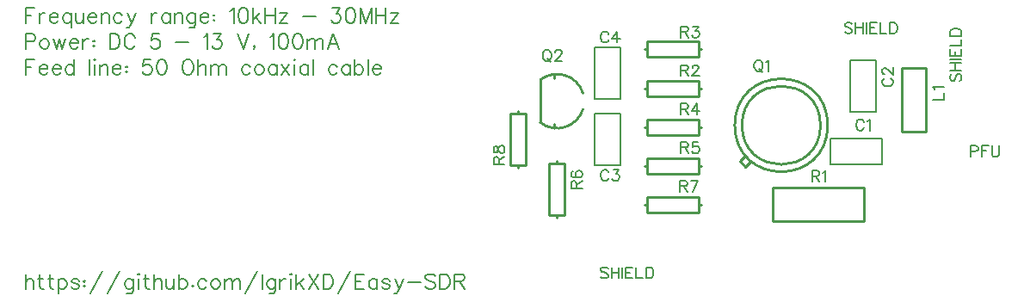
<source format=gto>
G04 Layer: TopSilkLayer*
G04 EasyEDA v6.4.7, 2020-09-29T10:47:40+03:00*
G04 c168c89dab9346539a0f0a4d02725cba,e225996ff9fb4a0db64c6d6541834e49,10*
G04 Gerber Generator version 0.2*
G04 Scale: 100 percent, Rotated: No, Reflected: No *
G04 Dimensions in millimeters *
G04 leading zeros omitted , absolute positions ,3 integer and 3 decimal *
%FSLAX33Y33*%
%MOMM*%
G90*
D02*

%ADD10C,0.254000*%
%ADD11C,0.203200*%
%ADD23C,0.200660*%
%ADD24C,0.177800*%

%LPD*%
G54D23*
G01X86274Y17166D02*
G01X81194Y17166D01*
G01X81194Y14626D01*
G01X86274Y14626D01*
G01X86274Y17166D01*
G01X85647Y19780D02*
G01X85647Y24860D01*
G01X83107Y24860D01*
G01X83107Y19780D01*
G01X85647Y19780D01*
G54D10*
G01X63194Y22873D02*
G01X68274Y22873D01*
G01X68274Y22873D02*
G01X68274Y22111D01*
G01X68274Y22111D02*
G01X68274Y21349D01*
G01X68274Y21349D02*
G01X63194Y21349D01*
G01X63194Y21349D02*
G01X63194Y22111D01*
G01X63194Y22111D02*
G01X63194Y22873D01*
G01X68274Y22111D02*
G01X68528Y22111D01*
G01X63194Y22111D02*
G01X62940Y22111D01*
G01X63167Y26695D02*
G01X68247Y26695D01*
G01X68247Y26695D02*
G01X68247Y25933D01*
G01X68247Y25933D02*
G01X68247Y25171D01*
G01X68247Y25171D02*
G01X63167Y25171D01*
G01X63167Y25171D02*
G01X63167Y25933D01*
G01X63167Y25933D02*
G01X63167Y26695D01*
G01X68247Y25933D02*
G01X68501Y25933D01*
G01X63167Y25933D02*
G01X62913Y25933D01*
G01X68274Y17539D02*
G01X63194Y17539D01*
G01X63194Y17539D02*
G01X63194Y18301D01*
G01X63194Y18301D02*
G01X63194Y19063D01*
G01X63194Y19063D02*
G01X68274Y19063D01*
G01X68274Y19063D02*
G01X68274Y18301D01*
G01X68274Y18301D02*
G01X68274Y17539D01*
G01X63194Y18301D02*
G01X62940Y18301D01*
G01X68274Y18301D02*
G01X68528Y18301D01*
G54D23*
G01X57984Y19658D02*
G01X57984Y14578D01*
G01X60524Y14578D01*
G01X60524Y19658D01*
G01X57984Y19658D01*
G54D10*
G01X68274Y13729D02*
G01X63194Y13729D01*
G01X63194Y13729D02*
G01X63194Y14491D01*
G01X63194Y14491D02*
G01X63194Y15253D01*
G01X63194Y15253D02*
G01X68274Y15253D01*
G01X68274Y15253D02*
G01X68274Y14491D01*
G01X68274Y14491D02*
G01X68274Y13729D01*
G01X63194Y14491D02*
G01X62940Y14491D01*
G01X68274Y14491D02*
G01X68528Y14491D01*
G01X53532Y9631D02*
G01X53532Y14711D01*
G01X53532Y14711D02*
G01X54294Y14711D01*
G01X54294Y14711D02*
G01X55056Y14711D01*
G01X55056Y14711D02*
G01X55056Y9631D01*
G01X55056Y9631D02*
G01X54294Y9631D01*
G01X54294Y9631D02*
G01X53532Y9631D01*
G01X54294Y14711D02*
G01X54294Y14965D01*
G01X54294Y9631D02*
G01X54294Y9377D01*
G01X68275Y9918D02*
G01X63195Y9918D01*
G01X63195Y9918D02*
G01X63195Y10680D01*
G01X63195Y10680D02*
G01X63195Y11442D01*
G01X63195Y11442D02*
G01X68275Y11442D01*
G01X68275Y11442D02*
G01X68275Y10680D01*
G01X68275Y10680D02*
G01X68275Y9918D01*
G01X63195Y10680D02*
G01X62941Y10680D01*
G01X68275Y10680D02*
G01X68529Y10680D01*
G54D23*
G01X57976Y26174D02*
G01X57976Y21094D01*
G01X60516Y21094D01*
G01X60516Y26174D01*
G01X57976Y26174D01*
G54D10*
G01X72326Y14940D02*
G01X72859Y15473D01*
G01X73393Y14940D02*
G01X72859Y14407D01*
G01X72859Y14407D02*
G01X72326Y14940D01*
G01X49744Y14540D02*
G01X49744Y19620D01*
G01X49744Y19620D02*
G01X50506Y19620D01*
G01X50506Y19620D02*
G01X51268Y19620D01*
G01X51268Y19620D02*
G01X51268Y14540D01*
G01X51268Y14540D02*
G01X50506Y14540D01*
G01X50506Y14540D02*
G01X49744Y14540D01*
G01X50506Y19620D02*
G01X50506Y19874D01*
G01X50506Y14540D02*
G01X50506Y14286D01*
G01X52653Y22924D02*
G01X52653Y18758D01*
G01X54050Y23508D02*
G01X54050Y23101D01*
G01X54050Y18580D02*
G01X54050Y18174D01*
G01X75504Y9057D02*
G01X75504Y12359D01*
G01X75504Y12359D02*
G01X84495Y12359D01*
G01X84495Y12359D02*
G01X84495Y9057D01*
G01X84495Y9057D02*
G01X75504Y9057D01*
G01X88215Y24141D02*
G01X90603Y24141D01*
G01X90603Y24141D02*
G01X90603Y17842D01*
G01X90603Y17842D02*
G01X88215Y17842D01*
G01X88215Y17842D02*
G01X88215Y24141D01*
G54D24*
G01X93154Y23530D02*
G01X93050Y23426D01*
G01X93000Y23271D01*
G01X93000Y23063D01*
G01X93050Y22908D01*
G01X93154Y22804D01*
G01X93259Y22804D01*
G01X93363Y22855D01*
G01X93414Y22908D01*
G01X93467Y23012D01*
G01X93571Y23325D01*
G01X93622Y23426D01*
G01X93673Y23480D01*
G01X93777Y23530D01*
G01X93934Y23530D01*
G01X94038Y23426D01*
G01X94089Y23271D01*
G01X94089Y23063D01*
G01X94038Y22908D01*
G01X93934Y22804D01*
G01X93000Y23873D02*
G01X94089Y23873D01*
G01X93000Y24602D02*
G01X94089Y24602D01*
G01X93518Y23873D02*
G01X93518Y24602D01*
G01X93000Y24945D02*
G01X94089Y24945D01*
G01X93000Y25288D02*
G01X94089Y25288D01*
G01X93000Y25288D02*
G01X93000Y25964D01*
G01X93518Y25288D02*
G01X93518Y25702D01*
G01X94089Y25288D02*
G01X94089Y25964D01*
G01X93000Y26307D02*
G01X94089Y26307D01*
G01X94089Y26307D02*
G01X94089Y26929D01*
G01X93000Y27272D02*
G01X94089Y27272D01*
G01X93000Y27272D02*
G01X93000Y27635D01*
G01X93050Y27792D01*
G01X93154Y27897D01*
G01X93259Y27947D01*
G01X93414Y27998D01*
G01X93673Y27998D01*
G01X93830Y27947D01*
G01X93934Y27897D01*
G01X94038Y27792D01*
G01X94089Y27635D01*
G01X94089Y27272D01*
G01X59326Y4343D02*
G01X59222Y4447D01*
G01X59067Y4498D01*
G01X58859Y4498D01*
G01X58704Y4447D01*
G01X58600Y4343D01*
G01X58600Y4239D01*
G01X58650Y4135D01*
G01X58704Y4084D01*
G01X58808Y4031D01*
G01X59120Y3927D01*
G01X59222Y3876D01*
G01X59275Y3825D01*
G01X59326Y3721D01*
G01X59326Y3563D01*
G01X59222Y3459D01*
G01X59067Y3408D01*
G01X58859Y3408D01*
G01X58704Y3459D01*
G01X58600Y3563D01*
G01X59669Y4498D02*
G01X59669Y3408D01*
G01X60398Y4498D02*
G01X60398Y3408D01*
G01X59669Y3980D02*
G01X60398Y3980D01*
G01X60741Y4498D02*
G01X60741Y3408D01*
G01X61084Y4498D02*
G01X61084Y3408D01*
G01X61084Y4498D02*
G01X61759Y4498D01*
G01X61084Y3980D02*
G01X61498Y3980D01*
G01X61084Y3408D02*
G01X61759Y3408D01*
G01X62102Y4498D02*
G01X62102Y3408D01*
G01X62102Y3408D02*
G01X62725Y3408D01*
G01X63067Y4498D02*
G01X63067Y3408D01*
G01X63067Y4498D02*
G01X63431Y4498D01*
G01X63588Y4447D01*
G01X63692Y4343D01*
G01X63743Y4239D01*
G01X63794Y4084D01*
G01X63794Y3825D01*
G01X63743Y3668D01*
G01X63692Y3563D01*
G01X63588Y3459D01*
G01X63431Y3408D01*
G01X63067Y3408D01*
G01X83326Y28443D02*
G01X83222Y28547D01*
G01X83067Y28598D01*
G01X82859Y28598D01*
G01X82704Y28547D01*
G01X82600Y28443D01*
G01X82600Y28339D01*
G01X82650Y28235D01*
G01X82704Y28184D01*
G01X82808Y28131D01*
G01X83120Y28027D01*
G01X83222Y27976D01*
G01X83275Y27925D01*
G01X83326Y27821D01*
G01X83326Y27663D01*
G01X83222Y27559D01*
G01X83067Y27508D01*
G01X82859Y27508D01*
G01X82704Y27559D01*
G01X82600Y27663D01*
G01X83669Y28598D02*
G01X83669Y27508D01*
G01X84398Y28598D02*
G01X84398Y27508D01*
G01X83669Y28080D02*
G01X84398Y28080D01*
G01X84741Y28598D02*
G01X84741Y27508D01*
G01X85084Y28598D02*
G01X85084Y27508D01*
G01X85084Y28598D02*
G01X85759Y28598D01*
G01X85084Y28080D02*
G01X85498Y28080D01*
G01X85084Y27508D02*
G01X85759Y27508D01*
G01X86102Y28598D02*
G01X86102Y27508D01*
G01X86102Y27508D02*
G01X86724Y27508D01*
G01X87067Y28598D02*
G01X87067Y27508D01*
G01X87067Y28598D02*
G01X87431Y28598D01*
G01X87588Y28547D01*
G01X87692Y28443D01*
G01X87743Y28339D01*
G01X87794Y28184D01*
G01X87794Y27925D01*
G01X87743Y27768D01*
G01X87692Y27663D01*
G01X87588Y27559D01*
G01X87431Y27508D01*
G01X87067Y27508D01*
G54D11*
G01X2000Y29998D02*
G01X2000Y28543D01*
G01X2000Y29998D02*
G01X2900Y29998D01*
G01X2000Y29305D02*
G01X2554Y29305D01*
G01X3358Y29513D02*
G01X3358Y28543D01*
G01X3358Y29098D02*
G01X3427Y29305D01*
G01X3565Y29444D01*
G01X3704Y29513D01*
G01X3912Y29513D01*
G01X4369Y29098D02*
G01X5200Y29098D01*
G01X5200Y29236D01*
G01X5131Y29375D01*
G01X5062Y29444D01*
G01X4923Y29513D01*
G01X4715Y29513D01*
G01X4577Y29444D01*
G01X4438Y29305D01*
G01X4369Y29098D01*
G01X4369Y28959D01*
G01X4438Y28751D01*
G01X4577Y28613D01*
G01X4715Y28543D01*
G01X4923Y28543D01*
G01X5062Y28613D01*
G01X5200Y28751D01*
G01X6489Y29513D02*
G01X6489Y28059D01*
G01X6489Y29305D02*
G01X6350Y29444D01*
G01X6212Y29513D01*
G01X6004Y29513D01*
G01X5865Y29444D01*
G01X5727Y29305D01*
G01X5657Y29098D01*
G01X5657Y28959D01*
G01X5727Y28751D01*
G01X5865Y28613D01*
G01X6004Y28543D01*
G01X6212Y28543D01*
G01X6350Y28613D01*
G01X6489Y28751D01*
G01X6946Y29513D02*
G01X6946Y28821D01*
G01X7015Y28613D01*
G01X7154Y28543D01*
G01X7361Y28543D01*
G01X7500Y28613D01*
G01X7708Y28821D01*
G01X7708Y29513D02*
G01X7708Y28543D01*
G01X8165Y29098D02*
G01X8996Y29098D01*
G01X8996Y29236D01*
G01X8927Y29375D01*
G01X8858Y29444D01*
G01X8719Y29513D01*
G01X8511Y29513D01*
G01X8373Y29444D01*
G01X8234Y29305D01*
G01X8165Y29098D01*
G01X8165Y28959D01*
G01X8234Y28751D01*
G01X8373Y28613D01*
G01X8511Y28543D01*
G01X8719Y28543D01*
G01X8858Y28613D01*
G01X8996Y28751D01*
G01X9454Y29513D02*
G01X9454Y28543D01*
G01X9454Y29236D02*
G01X9661Y29444D01*
G01X9800Y29513D01*
G01X10008Y29513D01*
G01X10146Y29444D01*
G01X10216Y29236D01*
G01X10216Y28543D01*
G01X11504Y29305D02*
G01X11365Y29444D01*
G01X11227Y29513D01*
G01X11019Y29513D01*
G01X10881Y29444D01*
G01X10742Y29305D01*
G01X10673Y29098D01*
G01X10673Y28959D01*
G01X10742Y28751D01*
G01X10881Y28613D01*
G01X11019Y28543D01*
G01X11227Y28543D01*
G01X11365Y28613D01*
G01X11504Y28751D01*
G01X12030Y29513D02*
G01X12446Y28543D01*
G01X12862Y29513D02*
G01X12446Y28543D01*
G01X12308Y28266D01*
G01X12169Y28128D01*
G01X12030Y28059D01*
G01X11961Y28059D01*
G01X14386Y29513D02*
G01X14386Y28543D01*
G01X14386Y29098D02*
G01X14455Y29305D01*
G01X14594Y29444D01*
G01X14732Y29513D01*
G01X14940Y29513D01*
G01X16228Y29513D02*
G01X16228Y28543D01*
G01X16228Y29305D02*
G01X16090Y29444D01*
G01X15951Y29513D01*
G01X15743Y29513D01*
G01X15605Y29444D01*
G01X15466Y29305D01*
G01X15397Y29098D01*
G01X15397Y28959D01*
G01X15466Y28751D01*
G01X15605Y28613D01*
G01X15743Y28543D01*
G01X15951Y28543D01*
G01X16090Y28613D01*
G01X16228Y28751D01*
G01X16686Y29513D02*
G01X16686Y28543D01*
G01X16686Y29236D02*
G01X16893Y29444D01*
G01X17032Y29513D01*
G01X17240Y29513D01*
G01X17378Y29444D01*
G01X17448Y29236D01*
G01X17448Y28543D01*
G01X18736Y29513D02*
G01X18736Y28405D01*
G01X18667Y28197D01*
G01X18598Y28128D01*
G01X18459Y28059D01*
G01X18251Y28059D01*
G01X18113Y28128D01*
G01X18736Y29305D02*
G01X18598Y29444D01*
G01X18459Y29513D01*
G01X18251Y29513D01*
G01X18113Y29444D01*
G01X17974Y29305D01*
G01X17905Y29098D01*
G01X17905Y28959D01*
G01X17974Y28751D01*
G01X18113Y28613D01*
G01X18251Y28543D01*
G01X18459Y28543D01*
G01X18598Y28613D01*
G01X18736Y28751D01*
G01X19193Y29098D02*
G01X20025Y29098D01*
G01X20025Y29236D01*
G01X19955Y29375D01*
G01X19886Y29444D01*
G01X19747Y29513D01*
G01X19540Y29513D01*
G01X19401Y29444D01*
G01X19263Y29305D01*
G01X19193Y29098D01*
G01X19193Y28959D01*
G01X19263Y28751D01*
G01X19401Y28613D01*
G01X19540Y28543D01*
G01X19747Y28543D01*
G01X19886Y28613D01*
G01X20025Y28751D01*
G01X20551Y29375D02*
G01X20482Y29305D01*
G01X20551Y29236D01*
G01X20620Y29305D01*
G01X20551Y29375D01*
G01X20551Y28890D02*
G01X20482Y28821D01*
G01X20551Y28751D01*
G01X20620Y28821D01*
G01X20551Y28890D01*
G01X22144Y29721D02*
G01X22283Y29790D01*
G01X22491Y29998D01*
G01X22491Y28543D01*
G01X23363Y29998D02*
G01X23156Y29929D01*
G01X23017Y29721D01*
G01X22948Y29375D01*
G01X22948Y29167D01*
G01X23017Y28821D01*
G01X23156Y28613D01*
G01X23363Y28543D01*
G01X23502Y28543D01*
G01X23710Y28613D01*
G01X23848Y28821D01*
G01X23918Y29167D01*
G01X23918Y29375D01*
G01X23848Y29721D01*
G01X23710Y29929D01*
G01X23502Y29998D01*
G01X23363Y29998D01*
G01X24375Y29998D02*
G01X24375Y28543D01*
G01X25068Y29513D02*
G01X24375Y28821D01*
G01X24652Y29098D02*
G01X25137Y28543D01*
G01X25594Y29998D02*
G01X25594Y28543D01*
G01X26564Y29998D02*
G01X26564Y28543D01*
G01X25594Y29305D02*
G01X26564Y29305D01*
G01X27783Y29513D02*
G01X27021Y28543D01*
G01X27021Y29513D02*
G01X27783Y29513D01*
G01X27021Y28543D02*
G01X27783Y28543D01*
G01X29307Y29167D02*
G01X30554Y29167D01*
G01X32217Y29998D02*
G01X32979Y29998D01*
G01X32563Y29444D01*
G01X32771Y29444D01*
G01X32909Y29375D01*
G01X32979Y29305D01*
G01X33048Y29098D01*
G01X33048Y28959D01*
G01X32979Y28751D01*
G01X32840Y28613D01*
G01X32632Y28543D01*
G01X32424Y28543D01*
G01X32217Y28613D01*
G01X32147Y28682D01*
G01X32078Y28821D01*
G01X33921Y29998D02*
G01X33713Y29929D01*
G01X33574Y29721D01*
G01X33505Y29375D01*
G01X33505Y29167D01*
G01X33574Y28821D01*
G01X33713Y28613D01*
G01X33921Y28543D01*
G01X34059Y28543D01*
G01X34267Y28613D01*
G01X34406Y28821D01*
G01X34475Y29167D01*
G01X34475Y29375D01*
G01X34406Y29721D01*
G01X34267Y29929D01*
G01X34059Y29998D01*
G01X33921Y29998D01*
G01X34932Y29998D02*
G01X34932Y28543D01*
G01X34932Y29998D02*
G01X35486Y28543D01*
G01X36040Y29998D02*
G01X35486Y28543D01*
G01X36040Y29998D02*
G01X36040Y28543D01*
G01X36498Y29998D02*
G01X36498Y28543D01*
G01X37467Y29998D02*
G01X37467Y28543D01*
G01X36498Y29305D02*
G01X37467Y29305D01*
G01X38687Y29513D02*
G01X37925Y28543D01*
G01X37925Y29513D02*
G01X38687Y29513D01*
G01X37925Y28543D02*
G01X38687Y28543D01*
G01X2001Y27457D02*
G01X2001Y26004D01*
G01X2001Y27457D02*
G01X2623Y27457D01*
G01X2832Y27388D01*
G01X2903Y27320D01*
G01X2971Y27180D01*
G01X2971Y26972D01*
G01X2903Y26835D01*
G01X2832Y26766D01*
G01X2623Y26695D01*
G01X2001Y26695D01*
G01X3774Y26972D02*
G01X3637Y26903D01*
G01X3497Y26766D01*
G01X3429Y26558D01*
G01X3429Y26418D01*
G01X3497Y26210D01*
G01X3637Y26073D01*
G01X3774Y26004D01*
G01X3982Y26004D01*
G01X4122Y26073D01*
G01X4259Y26210D01*
G01X4328Y26418D01*
G01X4328Y26558D01*
G01X4259Y26766D01*
G01X4122Y26903D01*
G01X3982Y26972D01*
G01X3774Y26972D01*
G01X4785Y26972D02*
G01X5062Y26004D01*
G01X5341Y26972D02*
G01X5062Y26004D01*
G01X5341Y26972D02*
G01X5618Y26004D01*
G01X5895Y26972D02*
G01X5618Y26004D01*
G01X6352Y26558D02*
G01X7183Y26558D01*
G01X7183Y26695D01*
G01X7114Y26835D01*
G01X7043Y26903D01*
G01X6906Y26972D01*
G01X6697Y26972D01*
G01X6560Y26903D01*
G01X6421Y26766D01*
G01X6352Y26558D01*
G01X6352Y26418D01*
G01X6421Y26210D01*
G01X6560Y26073D01*
G01X6697Y26004D01*
G01X6906Y26004D01*
G01X7043Y26073D01*
G01X7183Y26210D01*
G01X7640Y26972D02*
G01X7640Y26004D01*
G01X7640Y26558D02*
G01X7708Y26766D01*
G01X7848Y26903D01*
G01X7985Y26972D01*
G01X8194Y26972D01*
G01X8719Y26835D02*
G01X8651Y26766D01*
G01X8719Y26695D01*
G01X8790Y26766D01*
G01X8719Y26835D01*
G01X8719Y26349D02*
G01X8651Y26281D01*
G01X8719Y26210D01*
G01X8790Y26281D01*
G01X8719Y26349D01*
G01X10314Y27457D02*
G01X10314Y26004D01*
G01X10314Y27457D02*
G01X10800Y27457D01*
G01X11005Y27388D01*
G01X11145Y27249D01*
G01X11214Y27111D01*
G01X11285Y26903D01*
G01X11285Y26558D01*
G01X11214Y26349D01*
G01X11145Y26210D01*
G01X11005Y26073D01*
G01X10800Y26004D01*
G01X10314Y26004D01*
G01X12781Y27111D02*
G01X12710Y27249D01*
G01X12573Y27388D01*
G01X12433Y27457D01*
G01X12156Y27457D01*
G01X12019Y27388D01*
G01X11879Y27249D01*
G01X11811Y27111D01*
G01X11742Y26903D01*
G01X11742Y26558D01*
G01X11811Y26349D01*
G01X11879Y26210D01*
G01X12019Y26073D01*
G01X12156Y26004D01*
G01X12433Y26004D01*
G01X12573Y26073D01*
G01X12710Y26210D01*
G01X12781Y26349D01*
G01X15135Y27457D02*
G01X14442Y27457D01*
G01X14373Y26835D01*
G01X14442Y26903D01*
G01X14650Y26972D01*
G01X14859Y26972D01*
G01X15067Y26903D01*
G01X15204Y26766D01*
G01X15273Y26558D01*
G01X15273Y26418D01*
G01X15204Y26210D01*
G01X15067Y26073D01*
G01X14859Y26004D01*
G01X14650Y26004D01*
G01X14442Y26073D01*
G01X14373Y26141D01*
G01X14305Y26281D01*
G01X16797Y26626D02*
G01X18044Y26626D01*
G01X19568Y27180D02*
G01X19707Y27249D01*
G01X19916Y27457D01*
G01X19916Y26004D01*
G01X20510Y27457D02*
G01X21272Y27457D01*
G01X20858Y26903D01*
G01X21064Y26903D01*
G01X21203Y26835D01*
G01X21272Y26766D01*
G01X21343Y26558D01*
G01X21343Y26418D01*
G01X21272Y26210D01*
G01X21135Y26073D01*
G01X20927Y26004D01*
G01X20718Y26004D01*
G01X20510Y26073D01*
G01X20441Y26141D01*
G01X20373Y26281D01*
G01X22867Y27457D02*
G01X23421Y26004D01*
G01X23975Y27457D02*
G01X23421Y26004D01*
G01X24569Y26281D02*
G01X24500Y26210D01*
G01X24432Y26281D01*
G01X24500Y26349D01*
G01X24569Y26281D01*
G01X24569Y26141D01*
G01X24432Y26004D01*
G01X26093Y27180D02*
G01X26233Y27249D01*
G01X26441Y27457D01*
G01X26441Y26004D01*
G01X27312Y27457D02*
G01X27106Y27388D01*
G01X26967Y27180D01*
G01X26898Y26835D01*
G01X26898Y26626D01*
G01X26967Y26281D01*
G01X27106Y26073D01*
G01X27312Y26004D01*
G01X27452Y26004D01*
G01X27660Y26073D01*
G01X27797Y26281D01*
G01X27868Y26626D01*
G01X27868Y26835D01*
G01X27797Y27180D01*
G01X27660Y27388D01*
G01X27452Y27457D01*
G01X27312Y27457D01*
G01X28740Y27457D02*
G01X28531Y27388D01*
G01X28394Y27180D01*
G01X28326Y26835D01*
G01X28326Y26626D01*
G01X28394Y26281D01*
G01X28531Y26073D01*
G01X28740Y26004D01*
G01X28879Y26004D01*
G01X29088Y26073D01*
G01X29225Y26281D01*
G01X29293Y26626D01*
G01X29293Y26835D01*
G01X29225Y27180D01*
G01X29088Y27388D01*
G01X28879Y27457D01*
G01X28740Y27457D01*
G01X29751Y26972D02*
G01X29751Y26004D01*
G01X29751Y26695D02*
G01X29959Y26903D01*
G01X30099Y26972D01*
G01X30307Y26972D01*
G01X30444Y26903D01*
G01X30513Y26695D01*
G01X30513Y26004D01*
G01X30513Y26695D02*
G01X30721Y26903D01*
G01X30861Y26972D01*
G01X31069Y26972D01*
G01X31206Y26903D01*
G01X31275Y26695D01*
G01X31275Y26004D01*
G01X32288Y27457D02*
G01X31732Y26004D01*
G01X32288Y27457D02*
G01X32842Y26004D01*
G01X31940Y26487D02*
G01X32633Y26487D01*
G01X2000Y24918D02*
G01X2000Y23463D01*
G01X2000Y24918D02*
G01X2900Y24918D01*
G01X2000Y24225D02*
G01X2554Y24225D01*
G01X3357Y24018D02*
G01X4189Y24018D01*
G01X4189Y24156D01*
G01X4119Y24295D01*
G01X4050Y24364D01*
G01X3912Y24433D01*
G01X3704Y24433D01*
G01X3565Y24364D01*
G01X3427Y24225D01*
G01X3357Y24018D01*
G01X3357Y23879D01*
G01X3427Y23671D01*
G01X3565Y23533D01*
G01X3704Y23463D01*
G01X3912Y23463D01*
G01X4050Y23533D01*
G01X4189Y23671D01*
G01X4646Y24018D02*
G01X5477Y24018D01*
G01X5477Y24156D01*
G01X5408Y24295D01*
G01X5339Y24364D01*
G01X5200Y24433D01*
G01X4992Y24433D01*
G01X4854Y24364D01*
G01X4715Y24225D01*
G01X4646Y24018D01*
G01X4646Y23879D01*
G01X4715Y23671D01*
G01X4854Y23533D01*
G01X4992Y23463D01*
G01X5200Y23463D01*
G01X5339Y23533D01*
G01X5477Y23671D01*
G01X6766Y24918D02*
G01X6766Y23463D01*
G01X6766Y24225D02*
G01X6627Y24364D01*
G01X6489Y24433D01*
G01X6281Y24433D01*
G01X6142Y24364D01*
G01X6004Y24225D01*
G01X5934Y24018D01*
G01X5934Y23879D01*
G01X6004Y23671D01*
G01X6142Y23533D01*
G01X6281Y23463D01*
G01X6489Y23463D01*
G01X6627Y23533D01*
G01X6766Y23671D01*
G01X8290Y24918D02*
G01X8290Y23463D01*
G01X8747Y24918D02*
G01X8816Y24849D01*
G01X8885Y24918D01*
G01X8816Y24987D01*
G01X8747Y24918D01*
G01X8816Y24433D02*
G01X8816Y23463D01*
G01X9343Y24433D02*
G01X9343Y23463D01*
G01X9343Y24156D02*
G01X9550Y24364D01*
G01X9689Y24433D01*
G01X9897Y24433D01*
G01X10035Y24364D01*
G01X10105Y24156D01*
G01X10105Y23463D01*
G01X10562Y24018D02*
G01X11393Y24018D01*
G01X11393Y24156D01*
G01X11324Y24295D01*
G01X11254Y24364D01*
G01X11116Y24433D01*
G01X10908Y24433D01*
G01X10770Y24364D01*
G01X10631Y24225D01*
G01X10562Y24018D01*
G01X10562Y23879D01*
G01X10631Y23671D01*
G01X10770Y23533D01*
G01X10908Y23463D01*
G01X11116Y23463D01*
G01X11254Y23533D01*
G01X11393Y23671D01*
G01X11920Y24295D02*
G01X11850Y24225D01*
G01X11920Y24156D01*
G01X11989Y24225D01*
G01X11920Y24295D01*
G01X11920Y23810D02*
G01X11850Y23740D01*
G01X11920Y23671D01*
G01X11989Y23740D01*
G01X11920Y23810D01*
G01X14344Y24918D02*
G01X13651Y24918D01*
G01X13582Y24295D01*
G01X13651Y24364D01*
G01X13859Y24433D01*
G01X14067Y24433D01*
G01X14275Y24364D01*
G01X14413Y24225D01*
G01X14483Y24018D01*
G01X14483Y23879D01*
G01X14413Y23671D01*
G01X14275Y23533D01*
G01X14067Y23463D01*
G01X13859Y23463D01*
G01X13651Y23533D01*
G01X13582Y23602D01*
G01X13513Y23740D01*
G01X15356Y24918D02*
G01X15148Y24849D01*
G01X15009Y24641D01*
G01X14940Y24295D01*
G01X14940Y24087D01*
G01X15009Y23740D01*
G01X15148Y23533D01*
G01X15356Y23463D01*
G01X15494Y23463D01*
G01X15702Y23533D01*
G01X15840Y23740D01*
G01X15910Y24087D01*
G01X15910Y24295D01*
G01X15840Y24641D01*
G01X15702Y24849D01*
G01X15494Y24918D01*
G01X15356Y24918D01*
G01X17849Y24918D02*
G01X17711Y24849D01*
G01X17572Y24710D01*
G01X17503Y24572D01*
G01X17434Y24364D01*
G01X17434Y24018D01*
G01X17503Y23810D01*
G01X17572Y23671D01*
G01X17711Y23533D01*
G01X17849Y23463D01*
G01X18126Y23463D01*
G01X18265Y23533D01*
G01X18404Y23671D01*
G01X18473Y23810D01*
G01X18542Y24018D01*
G01X18542Y24364D01*
G01X18473Y24572D01*
G01X18404Y24710D01*
G01X18265Y24849D01*
G01X18126Y24918D01*
G01X17849Y24918D01*
G01X18999Y24918D02*
G01X18999Y23463D01*
G01X18999Y24156D02*
G01X19207Y24364D01*
G01X19346Y24433D01*
G01X19553Y24433D01*
G01X19692Y24364D01*
G01X19761Y24156D01*
G01X19761Y23463D01*
G01X20218Y24433D02*
G01X20218Y23463D01*
G01X20218Y24156D02*
G01X20426Y24364D01*
G01X20565Y24433D01*
G01X20773Y24433D01*
G01X20911Y24364D01*
G01X20980Y24156D01*
G01X20980Y23463D01*
G01X20980Y24156D02*
G01X21188Y24364D01*
G01X21327Y24433D01*
G01X21535Y24433D01*
G01X21673Y24364D01*
G01X21742Y24156D01*
G01X21742Y23463D01*
G01X24098Y24225D02*
G01X23959Y24364D01*
G01X23821Y24433D01*
G01X23613Y24433D01*
G01X23474Y24364D01*
G01X23336Y24225D01*
G01X23266Y24018D01*
G01X23266Y23879D01*
G01X23336Y23671D01*
G01X23474Y23533D01*
G01X23613Y23463D01*
G01X23821Y23463D01*
G01X23959Y23533D01*
G01X24098Y23671D01*
G01X24901Y24433D02*
G01X24763Y24364D01*
G01X24624Y24225D01*
G01X24555Y24018D01*
G01X24555Y23879D01*
G01X24624Y23671D01*
G01X24763Y23533D01*
G01X24901Y23463D01*
G01X25109Y23463D01*
G01X25248Y23533D01*
G01X25386Y23671D01*
G01X25455Y23879D01*
G01X25455Y24018D01*
G01X25386Y24225D01*
G01X25248Y24364D01*
G01X25109Y24433D01*
G01X24901Y24433D01*
G01X26744Y24433D02*
G01X26744Y23463D01*
G01X26744Y24225D02*
G01X26605Y24364D01*
G01X26467Y24433D01*
G01X26259Y24433D01*
G01X26121Y24364D01*
G01X25982Y24225D01*
G01X25913Y24018D01*
G01X25913Y23879D01*
G01X25982Y23671D01*
G01X26121Y23533D01*
G01X26259Y23463D01*
G01X26467Y23463D01*
G01X26605Y23533D01*
G01X26744Y23671D01*
G01X27201Y24433D02*
G01X27963Y23463D01*
G01X27963Y24433D02*
G01X27201Y23463D01*
G01X28420Y24918D02*
G01X28490Y24849D01*
G01X28559Y24918D01*
G01X28490Y24987D01*
G01X28420Y24918D01*
G01X28490Y24433D02*
G01X28490Y23463D01*
G01X29847Y24433D02*
G01X29847Y23463D01*
G01X29847Y24225D02*
G01X29709Y24364D01*
G01X29570Y24433D01*
G01X29362Y24433D01*
G01X29224Y24364D01*
G01X29085Y24225D01*
G01X29016Y24018D01*
G01X29016Y23879D01*
G01X29085Y23671D01*
G01X29224Y23533D01*
G01X29362Y23463D01*
G01X29570Y23463D01*
G01X29709Y23533D01*
G01X29847Y23671D01*
G01X30304Y24918D02*
G01X30304Y23463D01*
G01X32660Y24225D02*
G01X32521Y24364D01*
G01X32383Y24433D01*
G01X32175Y24433D01*
G01X32037Y24364D01*
G01X31898Y24225D01*
G01X31828Y24018D01*
G01X31828Y23879D01*
G01X31898Y23671D01*
G01X32037Y23533D01*
G01X32175Y23463D01*
G01X32383Y23463D01*
G01X32521Y23533D01*
G01X32660Y23671D01*
G01X33948Y24433D02*
G01X33948Y23463D01*
G01X33948Y24225D02*
G01X33810Y24364D01*
G01X33671Y24433D01*
G01X33463Y24433D01*
G01X33325Y24364D01*
G01X33186Y24225D01*
G01X33117Y24018D01*
G01X33117Y23879D01*
G01X33186Y23671D01*
G01X33325Y23533D01*
G01X33463Y23463D01*
G01X33671Y23463D01*
G01X33810Y23533D01*
G01X33948Y23671D01*
G01X34406Y24918D02*
G01X34406Y23463D01*
G01X34406Y24225D02*
G01X34544Y24364D01*
G01X34683Y24433D01*
G01X34890Y24433D01*
G01X35029Y24364D01*
G01X35168Y24225D01*
G01X35237Y24018D01*
G01X35237Y23879D01*
G01X35168Y23671D01*
G01X35029Y23533D01*
G01X34890Y23463D01*
G01X34683Y23463D01*
G01X34544Y23533D01*
G01X34406Y23671D01*
G01X35694Y24918D02*
G01X35694Y23463D01*
G01X36151Y24018D02*
G01X36982Y24018D01*
G01X36982Y24156D01*
G01X36913Y24295D01*
G01X36844Y24364D01*
G01X36705Y24433D01*
G01X36498Y24433D01*
G01X36359Y24364D01*
G01X36220Y24225D01*
G01X36151Y24018D01*
G01X36151Y23879D01*
G01X36220Y23671D01*
G01X36359Y23533D01*
G01X36498Y23463D01*
G01X36705Y23463D01*
G01X36844Y23533D01*
G01X36982Y23671D01*
G01X2001Y3830D02*
G01X2001Y2374D01*
G01X2001Y3068D02*
G01X2207Y3276D01*
G01X2346Y3345D01*
G01X2555Y3345D01*
G01X2692Y3276D01*
G01X2763Y3068D01*
G01X2763Y2374D01*
G01X3426Y3830D02*
G01X3426Y2651D01*
G01X3497Y2443D01*
G01X3634Y2374D01*
G01X3774Y2374D01*
G01X3220Y3345D02*
G01X3703Y3345D01*
G01X4439Y3830D02*
G01X4439Y2651D01*
G01X4508Y2443D01*
G01X4645Y2374D01*
G01X4785Y2374D01*
G01X4231Y3345D02*
G01X4716Y3345D01*
G01X5242Y3345D02*
G01X5242Y1889D01*
G01X5242Y3136D02*
G01X5379Y3276D01*
G01X5519Y3345D01*
G01X5727Y3345D01*
G01X5864Y3276D01*
G01X6004Y3136D01*
G01X6073Y2928D01*
G01X6073Y2791D01*
G01X6004Y2583D01*
G01X5864Y2443D01*
G01X5727Y2374D01*
G01X5519Y2374D01*
G01X5379Y2443D01*
G01X5242Y2583D01*
G01X7292Y3136D02*
G01X7223Y3276D01*
G01X7015Y3345D01*
G01X6807Y3345D01*
G01X6598Y3276D01*
G01X6530Y3136D01*
G01X6598Y2999D01*
G01X6738Y2928D01*
G01X7084Y2860D01*
G01X7223Y2791D01*
G01X7292Y2651D01*
G01X7292Y2583D01*
G01X7223Y2443D01*
G01X7015Y2374D01*
G01X6807Y2374D01*
G01X6598Y2443D01*
G01X6530Y2583D01*
G01X7818Y3205D02*
G01X7749Y3136D01*
G01X7818Y3068D01*
G01X7889Y3136D01*
G01X7818Y3205D01*
G01X7818Y2722D02*
G01X7749Y2651D01*
G01X7818Y2583D01*
G01X7889Y2651D01*
G01X7818Y2722D01*
G01X9593Y4107D02*
G01X8346Y1889D01*
G01X11297Y4107D02*
G01X10050Y1889D01*
G01X12585Y3345D02*
G01X12585Y2237D01*
G01X12517Y2029D01*
G01X12446Y1960D01*
G01X12308Y1889D01*
G01X12100Y1889D01*
G01X11960Y1960D01*
G01X12585Y3136D02*
G01X12446Y3276D01*
G01X12308Y3345D01*
G01X12100Y3345D01*
G01X11960Y3276D01*
G01X11823Y3136D01*
G01X11755Y2928D01*
G01X11755Y2791D01*
G01X11823Y2583D01*
G01X11960Y2443D01*
G01X12100Y2374D01*
G01X12308Y2374D01*
G01X12446Y2443D01*
G01X12585Y2583D01*
G01X13042Y3830D02*
G01X13111Y3761D01*
G01X13180Y3830D01*
G01X13111Y3898D01*
G01X13042Y3830D01*
G01X13111Y3345D02*
G01X13111Y2374D01*
G01X13845Y3830D02*
G01X13845Y2651D01*
G01X13914Y2443D01*
G01X14053Y2374D01*
G01X14193Y2374D01*
G01X13637Y3345D02*
G01X14122Y3345D01*
G01X14650Y3830D02*
G01X14650Y2374D01*
G01X14650Y3068D02*
G01X14856Y3276D01*
G01X14996Y3345D01*
G01X15204Y3345D01*
G01X15341Y3276D01*
G01X15412Y3068D01*
G01X15412Y2374D01*
G01X15869Y3345D02*
G01X15869Y2651D01*
G01X15938Y2443D01*
G01X16075Y2374D01*
G01X16283Y2374D01*
G01X16423Y2443D01*
G01X16631Y2651D01*
G01X16631Y3345D02*
G01X16631Y2374D01*
G01X17089Y3830D02*
G01X17089Y2374D01*
G01X17089Y3136D02*
G01X17226Y3276D01*
G01X17365Y3345D01*
G01X17571Y3345D01*
G01X17711Y3276D01*
G01X17851Y3136D01*
G01X17919Y2928D01*
G01X17919Y2791D01*
G01X17851Y2583D01*
G01X17711Y2443D01*
G01X17571Y2374D01*
G01X17365Y2374D01*
G01X17226Y2443D01*
G01X17089Y2583D01*
G01X18445Y2722D02*
G01X18376Y2651D01*
G01X18445Y2583D01*
G01X18514Y2651D01*
G01X18445Y2722D01*
G01X19804Y3136D02*
G01X19664Y3276D01*
G01X19527Y3345D01*
G01X19319Y3345D01*
G01X19179Y3276D01*
G01X19042Y3136D01*
G01X18971Y2928D01*
G01X18971Y2791D01*
G01X19042Y2583D01*
G01X19179Y2443D01*
G01X19319Y2374D01*
G01X19527Y2374D01*
G01X19664Y2443D01*
G01X19804Y2583D01*
G01X20607Y3345D02*
G01X20467Y3276D01*
G01X20330Y3136D01*
G01X20261Y2928D01*
G01X20261Y2791D01*
G01X20330Y2583D01*
G01X20467Y2443D01*
G01X20607Y2374D01*
G01X20815Y2374D01*
G01X20952Y2443D01*
G01X21092Y2583D01*
G01X21160Y2791D01*
G01X21160Y2928D01*
G01X21092Y3136D01*
G01X20952Y3276D01*
G01X20815Y3345D01*
G01X20607Y3345D01*
G01X21617Y3345D02*
G01X21617Y2374D01*
G01X21617Y3068D02*
G01X21826Y3276D01*
G01X21965Y3345D01*
G01X22171Y3345D01*
G01X22311Y3276D01*
G01X22379Y3068D01*
G01X22379Y2374D01*
G01X22379Y3068D02*
G01X22588Y3276D01*
G01X22727Y3345D01*
G01X22933Y3345D01*
G01X23073Y3276D01*
G01X23141Y3068D01*
G01X23141Y2374D01*
G01X24846Y4107D02*
G01X23599Y1889D01*
G01X25303Y3830D02*
G01X25303Y2374D01*
G01X26591Y3345D02*
G01X26591Y2237D01*
G01X26522Y2029D01*
G01X26454Y1960D01*
G01X26314Y1889D01*
G01X26106Y1889D01*
G01X25968Y1960D01*
G01X26591Y3136D02*
G01X26454Y3276D01*
G01X26314Y3345D01*
G01X26106Y3345D01*
G01X25968Y3276D01*
G01X25829Y3136D01*
G01X25760Y2928D01*
G01X25760Y2791D01*
G01X25829Y2583D01*
G01X25968Y2443D01*
G01X26106Y2374D01*
G01X26314Y2374D01*
G01X26454Y2443D01*
G01X26591Y2583D01*
G01X27048Y3345D02*
G01X27048Y2374D01*
G01X27048Y2928D02*
G01X27119Y3136D01*
G01X27256Y3276D01*
G01X27396Y3345D01*
G01X27604Y3345D01*
G01X28061Y3830D02*
G01X28130Y3761D01*
G01X28199Y3830D01*
G01X28130Y3898D01*
G01X28061Y3830D01*
G01X28130Y3345D02*
G01X28130Y2374D01*
G01X28656Y3830D02*
G01X28656Y2374D01*
G01X29349Y3345D02*
G01X28656Y2651D01*
G01X28933Y2928D02*
G01X29418Y2374D01*
G01X29875Y3830D02*
G01X30845Y2374D01*
G01X30845Y3830D02*
G01X29875Y2374D01*
G01X31302Y3830D02*
G01X31302Y2374D01*
G01X31302Y3830D02*
G01X31788Y3830D01*
G01X31996Y3761D01*
G01X32133Y3622D01*
G01X32202Y3484D01*
G01X32273Y3276D01*
G01X32273Y2928D01*
G01X32202Y2722D01*
G01X32133Y2583D01*
G01X31996Y2443D01*
G01X31788Y2374D01*
G01X31302Y2374D01*
G01X33977Y4107D02*
G01X32730Y1889D01*
G01X34434Y3830D02*
G01X34434Y2374D01*
G01X34434Y3830D02*
G01X35333Y3830D01*
G01X34434Y3136D02*
G01X34988Y3136D01*
G01X34434Y2374D02*
G01X35333Y2374D01*
G01X36621Y3345D02*
G01X36621Y2374D01*
G01X36621Y3136D02*
G01X36484Y3276D01*
G01X36344Y3345D01*
G01X36139Y3345D01*
G01X35999Y3276D01*
G01X35859Y3136D01*
G01X35791Y2928D01*
G01X35791Y2791D01*
G01X35859Y2583D01*
G01X35999Y2443D01*
G01X36139Y2374D01*
G01X36344Y2374D01*
G01X36484Y2443D01*
G01X36621Y2583D01*
G01X37840Y3136D02*
G01X37772Y3276D01*
G01X37564Y3345D01*
G01X37358Y3345D01*
G01X37150Y3276D01*
G01X37078Y3136D01*
G01X37150Y2999D01*
G01X37287Y2928D01*
G01X37635Y2860D01*
G01X37772Y2791D01*
G01X37840Y2651D01*
G01X37840Y2583D01*
G01X37772Y2443D01*
G01X37564Y2374D01*
G01X37358Y2374D01*
G01X37150Y2443D01*
G01X37078Y2583D01*
G01X38369Y3345D02*
G01X38783Y2374D01*
G01X39199Y3345D02*
G01X38783Y2374D01*
G01X38646Y2098D01*
G01X38506Y1960D01*
G01X38369Y1889D01*
G01X38298Y1889D01*
G01X39657Y2999D02*
G01X40904Y2999D01*
G01X42331Y3622D02*
G01X42191Y3761D01*
G01X41983Y3830D01*
G01X41706Y3830D01*
G01X41498Y3761D01*
G01X41361Y3622D01*
G01X41361Y3484D01*
G01X41429Y3345D01*
G01X41498Y3276D01*
G01X41638Y3205D01*
G01X42054Y3068D01*
G01X42191Y2999D01*
G01X42260Y2928D01*
G01X42331Y2791D01*
G01X42331Y2583D01*
G01X42191Y2443D01*
G01X41983Y2374D01*
G01X41706Y2374D01*
G01X41498Y2443D01*
G01X41361Y2583D01*
G01X42788Y3830D02*
G01X42788Y2374D01*
G01X42788Y3830D02*
G01X43273Y3830D01*
G01X43479Y3761D01*
G01X43619Y3622D01*
G01X43688Y3484D01*
G01X43759Y3276D01*
G01X43759Y2928D01*
G01X43688Y2722D01*
G01X43619Y2583D01*
G01X43479Y2443D01*
G01X43273Y2374D01*
G01X42788Y2374D01*
G01X44216Y3830D02*
G01X44216Y2374D01*
G01X44216Y3830D02*
G01X44838Y3830D01*
G01X45046Y3761D01*
G01X45115Y3690D01*
G01X45184Y3553D01*
G01X45184Y3413D01*
G01X45115Y3276D01*
G01X45046Y3205D01*
G01X44838Y3136D01*
G01X44216Y3136D01*
G01X44698Y3136D02*
G01X45184Y2374D01*
G54D24*
G01X84514Y18800D02*
G01X84460Y18904D01*
G01X84356Y19008D01*
G01X84255Y19059D01*
G01X84046Y19059D01*
G01X83942Y19008D01*
G01X83838Y18904D01*
G01X83785Y18800D01*
G01X83734Y18645D01*
G01X83734Y18386D01*
G01X83785Y18228D01*
G01X83838Y18124D01*
G01X83942Y18020D01*
G01X84046Y17969D01*
G01X84255Y17969D01*
G01X84356Y18020D01*
G01X84460Y18124D01*
G01X84514Y18228D01*
G01X84857Y18853D02*
G01X84961Y18904D01*
G01X85116Y19059D01*
G01X85116Y17969D01*
G01X86554Y23100D02*
G01X86450Y23047D01*
G01X86346Y22943D01*
G01X86295Y22841D01*
G01X86295Y22633D01*
G01X86346Y22529D01*
G01X86450Y22424D01*
G01X86554Y22371D01*
G01X86709Y22320D01*
G01X86968Y22320D01*
G01X87126Y22371D01*
G01X87230Y22424D01*
G01X87334Y22529D01*
G01X87385Y22633D01*
G01X87385Y22841D01*
G01X87334Y22943D01*
G01X87230Y23047D01*
G01X87126Y23100D01*
G01X86554Y23494D02*
G01X86501Y23494D01*
G01X86397Y23547D01*
G01X86346Y23598D01*
G01X86295Y23702D01*
G01X86295Y23910D01*
G01X86346Y24014D01*
G01X86397Y24065D01*
G01X86501Y24119D01*
G01X86605Y24119D01*
G01X86709Y24065D01*
G01X86866Y23961D01*
G01X87385Y23443D01*
G01X87385Y24169D01*
G01X66500Y24398D02*
G01X66500Y23309D01*
G01X66500Y24398D02*
G01X66967Y24398D01*
G01X67122Y24347D01*
G01X67175Y24297D01*
G01X67226Y24192D01*
G01X67226Y24088D01*
G01X67175Y23984D01*
G01X67122Y23931D01*
G01X66967Y23880D01*
G01X66500Y23880D01*
G01X66863Y23880D02*
G01X67226Y23309D01*
G01X67622Y24139D02*
G01X67622Y24192D01*
G01X67673Y24297D01*
G01X67727Y24347D01*
G01X67831Y24398D01*
G01X68036Y24398D01*
G01X68141Y24347D01*
G01X68194Y24297D01*
G01X68245Y24192D01*
G01X68245Y24088D01*
G01X68194Y23984D01*
G01X68090Y23827D01*
G01X67569Y23309D01*
G01X68298Y23309D01*
G01X66500Y28198D02*
G01X66500Y27108D01*
G01X66500Y28198D02*
G01X66967Y28198D01*
G01X67122Y28147D01*
G01X67175Y28096D01*
G01X67226Y27992D01*
G01X67226Y27888D01*
G01X67175Y27784D01*
G01X67122Y27731D01*
G01X66967Y27680D01*
G01X66500Y27680D01*
G01X66863Y27680D02*
G01X67226Y27108D01*
G01X67673Y28198D02*
G01X68245Y28198D01*
G01X67935Y27784D01*
G01X68090Y27784D01*
G01X68194Y27731D01*
G01X68245Y27680D01*
G01X68298Y27525D01*
G01X68298Y27421D01*
G01X68245Y27263D01*
G01X68141Y27159D01*
G01X67986Y27108D01*
G01X67831Y27108D01*
G01X67673Y27159D01*
G01X67622Y27213D01*
G01X67569Y27317D01*
G01X66500Y20598D02*
G01X66500Y19508D01*
G01X66500Y20598D02*
G01X66967Y20598D01*
G01X67122Y20547D01*
G01X67175Y20497D01*
G01X67226Y20392D01*
G01X67226Y20288D01*
G01X67175Y20184D01*
G01X67122Y20131D01*
G01X66967Y20080D01*
G01X66500Y20080D01*
G01X66863Y20080D02*
G01X67226Y19508D01*
G01X68090Y20598D02*
G01X67569Y19872D01*
G01X68349Y19872D01*
G01X68090Y20598D02*
G01X68090Y19508D01*
G01X59379Y13839D02*
G01X59326Y13943D01*
G01X59222Y14048D01*
G01X59120Y14098D01*
G01X58912Y14098D01*
G01X58808Y14048D01*
G01X58704Y13943D01*
G01X58650Y13839D01*
G01X58600Y13684D01*
G01X58600Y13425D01*
G01X58650Y13268D01*
G01X58704Y13164D01*
G01X58808Y13059D01*
G01X58912Y13009D01*
G01X59120Y13009D01*
G01X59222Y13059D01*
G01X59326Y13164D01*
G01X59379Y13268D01*
G01X59826Y14098D02*
G01X60398Y14098D01*
G01X60086Y13684D01*
G01X60240Y13684D01*
G01X60345Y13631D01*
G01X60398Y13580D01*
G01X60449Y13425D01*
G01X60449Y13321D01*
G01X60398Y13164D01*
G01X60294Y13059D01*
G01X60136Y13009D01*
G01X59981Y13009D01*
G01X59826Y13059D01*
G01X59773Y13113D01*
G01X59722Y13217D01*
G01X66500Y16798D02*
G01X66500Y15709D01*
G01X66500Y16798D02*
G01X66967Y16798D01*
G01X67122Y16747D01*
G01X67175Y16697D01*
G01X67226Y16593D01*
G01X67226Y16488D01*
G01X67175Y16384D01*
G01X67122Y16331D01*
G01X66967Y16280D01*
G01X66500Y16280D01*
G01X66863Y16280D02*
G01X67226Y15709D01*
G01X68194Y16798D02*
G01X67673Y16798D01*
G01X67622Y16331D01*
G01X67673Y16384D01*
G01X67831Y16435D01*
G01X67986Y16435D01*
G01X68141Y16384D01*
G01X68245Y16280D01*
G01X68298Y16125D01*
G01X68298Y16021D01*
G01X68245Y15864D01*
G01X68141Y15759D01*
G01X67986Y15709D01*
G01X67831Y15709D01*
G01X67673Y15759D01*
G01X67622Y15813D01*
G01X67569Y15917D01*
G01X55700Y12253D02*
G01X56789Y12253D01*
G01X55700Y12253D02*
G01X55700Y12721D01*
G01X55750Y12876D01*
G01X55801Y12929D01*
G01X55905Y12980D01*
G01X56010Y12980D01*
G01X56114Y12929D01*
G01X56167Y12876D01*
G01X56218Y12721D01*
G01X56218Y12253D01*
G01X56218Y12616D02*
G01X56789Y12980D01*
G01X55855Y13947D02*
G01X55750Y13894D01*
G01X55700Y13739D01*
G01X55700Y13635D01*
G01X55750Y13480D01*
G01X55905Y13376D01*
G01X56167Y13323D01*
G01X56426Y13323D01*
G01X56634Y13376D01*
G01X56739Y13480D01*
G01X56789Y13635D01*
G01X56789Y13688D01*
G01X56739Y13843D01*
G01X56634Y13947D01*
G01X56477Y13998D01*
G01X56426Y13998D01*
G01X56271Y13947D01*
G01X56167Y13843D01*
G01X56114Y13688D01*
G01X56114Y13635D01*
G01X56167Y13480D01*
G01X56271Y13376D01*
G01X56426Y13323D01*
G01X66399Y12998D02*
G01X66399Y11909D01*
G01X66399Y12998D02*
G01X66867Y12998D01*
G01X67022Y12947D01*
G01X67075Y12897D01*
G01X67126Y12793D01*
G01X67126Y12688D01*
G01X67075Y12584D01*
G01X67022Y12531D01*
G01X66867Y12480D01*
G01X66399Y12480D01*
G01X66763Y12480D02*
G01X67126Y11909D01*
G01X68198Y12998D02*
G01X67677Y11909D01*
G01X67469Y12998D02*
G01X68198Y12998D01*
G01X59379Y27439D02*
G01X59326Y27543D01*
G01X59222Y27647D01*
G01X59120Y27698D01*
G01X58912Y27698D01*
G01X58808Y27647D01*
G01X58704Y27543D01*
G01X58650Y27439D01*
G01X58600Y27284D01*
G01X58600Y27025D01*
G01X58650Y26868D01*
G01X58704Y26763D01*
G01X58808Y26659D01*
G01X58912Y26609D01*
G01X59120Y26609D01*
G01X59222Y26659D01*
G01X59326Y26763D01*
G01X59379Y26868D01*
G01X60240Y27698D02*
G01X59722Y26972D01*
G01X60502Y26972D01*
G01X60240Y27698D02*
G01X60240Y26609D01*
G01X74012Y24898D02*
G01X73908Y24847D01*
G01X73804Y24743D01*
G01X73750Y24639D01*
G01X73700Y24484D01*
G01X73700Y24225D01*
G01X73750Y24068D01*
G01X73804Y23963D01*
G01X73908Y23859D01*
G01X74012Y23808D01*
G01X74220Y23808D01*
G01X74322Y23859D01*
G01X74426Y23963D01*
G01X74479Y24068D01*
G01X74530Y24225D01*
G01X74530Y24484D01*
G01X74479Y24639D01*
G01X74426Y24743D01*
G01X74322Y24847D01*
G01X74220Y24898D01*
G01X74012Y24898D01*
G01X74167Y24017D02*
G01X74479Y23704D01*
G01X74873Y24692D02*
G01X74977Y24743D01*
G01X75135Y24898D01*
G01X75135Y23808D01*
G01X48061Y14648D02*
G01X49151Y14648D01*
G01X48061Y14648D02*
G01X48061Y15116D01*
G01X48112Y15271D01*
G01X48163Y15324D01*
G01X48267Y15375D01*
G01X48371Y15375D01*
G01X48475Y15324D01*
G01X48529Y15271D01*
G01X48579Y15116D01*
G01X48579Y14648D01*
G01X48579Y15012D02*
G01X49151Y15375D01*
G01X48061Y15979D02*
G01X48112Y15822D01*
G01X48216Y15771D01*
G01X48320Y15771D01*
G01X48424Y15822D01*
G01X48475Y15926D01*
G01X48529Y16134D01*
G01X48579Y16289D01*
G01X48683Y16393D01*
G01X48788Y16447D01*
G01X48943Y16447D01*
G01X49047Y16393D01*
G01X49100Y16343D01*
G01X49151Y16185D01*
G01X49151Y15979D01*
G01X49100Y15822D01*
G01X49047Y15771D01*
G01X48943Y15718D01*
G01X48788Y15718D01*
G01X48683Y15771D01*
G01X48579Y15875D01*
G01X48529Y16030D01*
G01X48475Y16238D01*
G01X48424Y16343D01*
G01X48320Y16393D01*
G01X48216Y16393D01*
G01X48112Y16343D01*
G01X48061Y16185D01*
G01X48061Y15979D01*
G01X53212Y25898D02*
G01X53108Y25847D01*
G01X53004Y25743D01*
G01X52950Y25639D01*
G01X52900Y25484D01*
G01X52900Y25222D01*
G01X52950Y25068D01*
G01X53004Y24963D01*
G01X53108Y24859D01*
G01X53212Y24808D01*
G01X53420Y24808D01*
G01X53522Y24859D01*
G01X53626Y24963D01*
G01X53679Y25068D01*
G01X53730Y25222D01*
G01X53730Y25484D01*
G01X53679Y25639D01*
G01X53626Y25743D01*
G01X53522Y25847D01*
G01X53420Y25898D01*
G01X53212Y25898D01*
G01X53367Y25017D02*
G01X53679Y24704D01*
G01X54126Y25639D02*
G01X54126Y25690D01*
G01X54177Y25794D01*
G01X54231Y25847D01*
G01X54335Y25898D01*
G01X54540Y25898D01*
G01X54645Y25847D01*
G01X54698Y25794D01*
G01X54749Y25690D01*
G01X54749Y25588D01*
G01X54698Y25484D01*
G01X54594Y25327D01*
G01X54073Y24808D01*
G01X54802Y24808D01*
G01X95000Y16467D02*
G01X95000Y15378D01*
G01X95000Y16467D02*
G01X95467Y16467D01*
G01X95622Y16417D01*
G01X95675Y16366D01*
G01X95726Y16262D01*
G01X95726Y16104D01*
G01X95675Y16000D01*
G01X95622Y15949D01*
G01X95467Y15896D01*
G01X95000Y15896D01*
G01X96069Y16467D02*
G01X96069Y15378D01*
G01X96069Y16467D02*
G01X96745Y16467D01*
G01X96069Y15949D02*
G01X96485Y15949D01*
G01X97087Y16467D02*
G01X97087Y15690D01*
G01X97141Y15533D01*
G01X97245Y15429D01*
G01X97400Y15378D01*
G01X97504Y15378D01*
G01X97659Y15429D01*
G01X97763Y15533D01*
G01X97816Y15690D01*
G01X97816Y16467D01*
G01X79400Y13998D02*
G01X79400Y12909D01*
G01X79400Y13998D02*
G01X79867Y13998D01*
G01X80022Y13947D01*
G01X80073Y13894D01*
G01X80126Y13790D01*
G01X80126Y13686D01*
G01X80073Y13582D01*
G01X80022Y13531D01*
G01X79867Y13480D01*
G01X79400Y13480D01*
G01X79763Y13480D02*
G01X80126Y12909D01*
G01X80469Y13790D02*
G01X80573Y13843D01*
G01X80728Y13998D01*
G01X80728Y12909D01*
G01X91251Y20991D02*
G01X92340Y20991D01*
G01X92340Y20991D02*
G01X92340Y21614D01*
G01X91456Y21957D02*
G01X91405Y22061D01*
G01X91251Y22218D01*
G01X92340Y22218D01*
G54D10*
G75*
G01X52653Y22936D02*
G02X56853Y21628I1651J-2095D01*
G01*
G75*
G01X56853Y20054D02*
G02X52653Y18746I-2549J787D01*
G01*
G75*
G01X80937Y18471D02*
G03X80937Y18471I-4572J0D01*
G01*
G75*
G01X80226Y18471D02*
G03X80226Y18471I-3861J0D01*
G01*
M00*
M02*

</source>
